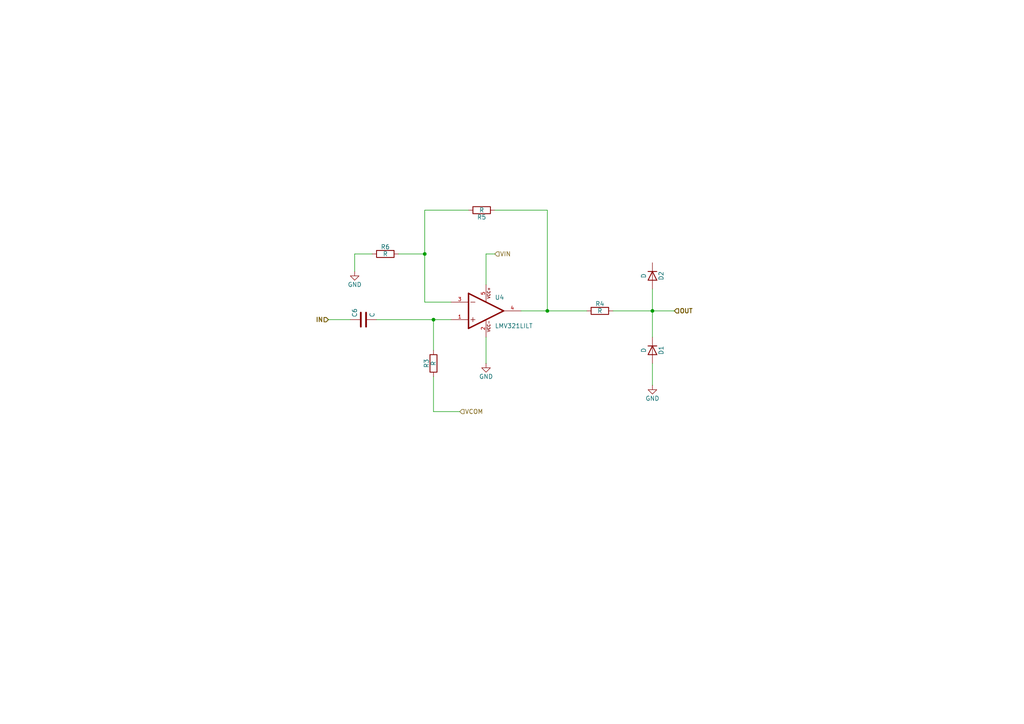
<source format=kicad_sch>
(kicad_sch (version 20250114) (generator "eeschema") (generator_version "9.0")
  (paper "A4")
  (lib_symbols
    (symbol "Device:C" (pin_numbers (hide yes)) (pin_names (offset 0.254))
      (property "Reference" "C" (at 0.635 2.54 0))
      (property "Value" "C" (at 0.635 -2.54 0))
      (symbol "C_0_1"
        (polyline (pts (xy -2.032 0.762) (xy 2.032 0.762)) (stroke (width 0.508)))
        (polyline (pts (xy -2.032 -0.762) (xy 2.032 -0.762)) (stroke (width 0.508)))
      )
      (symbol "C_1_1"
        (pin passive line (at 0 3.81 270) (length 2.794) (name "~") (number "1"))
        (pin passive line (at 0 -3.81 90) (length 2.794) (name "~") (number "2"))
      )
    )
    (symbol "Device:D" (pin_numbers (hide yes)) (pin_names (offset 1.016) (hide yes))
      (property "Reference" "D" (at 0 2.54 0))
      (property "Value" "D" (at 0 -2.54 0))
      (symbol "D_0_1"
        (polyline (pts (xy -1.27 1.27) (xy -1.27 -1.27)) (stroke (width 0.254)))
        (polyline (pts (xy 1.27 1.27) (xy 1.27 -1.27) (xy -1.27 0) (xy 1.27 1.27)) (stroke (width 0.254)))
        (polyline (pts (xy 1.27 0) (xy -1.27 0)))
      )
      (symbol "D_1_1"
        (pin passive line (at -3.81 0 0) (length 2.54) (name "K") (number "1"))
        (pin passive line (at 3.81 0 180) (length 2.54) (name "A") (number "2"))
      )
    )
    (symbol "Device:R" (pin_numbers (hide yes)) (pin_names (offset 0))
      (property "Reference" "R" (at 2.032 0 90))
      (property "Value" "R" (at 0 0 90))
      (symbol "R_0_1"
        (rectangle (start -1.016 -2.54) (end 1.016 2.54) (stroke (width 0.254)))
      )
      (symbol "R_1_1"
        (pin passive line (at 0 3.81 270) (length 1.27) (name "~") (number "1"))
        (pin passive line (at 0 -3.81 90) (length 1.27) (name "~") (number "2"))
      )
    )
    (symbol "Project_Components:LMV321LILT" (pin_names (offset 1.016))
      (property "Reference" "U" (at 5.08 3.175 0))
      (property "Value" "LMV321LILT" (at 5.08 -5.08 0))
      (symbol "LMV321LILT_0_0"
        (polyline (pts (xy -2.54 5.08) (xy -2.54 -5.08)) (stroke (width 0.4064)))
        (polyline (pts (xy -2.54 -5.08) (xy 7.62 0)) (stroke (width 0.4064)))
        (polyline (pts (xy -1.905 2.54) (xy -0.635 2.54)) (stroke (width 0.1524)))
        (polyline (pts (xy -1.905 -2.54) (xy -0.635 -2.54)) (stroke (width 0.1524)))
        (polyline (pts (xy -1.27 -1.905) (xy -1.27 -3.175)) (stroke (width 0.1524)))
        (polyline (pts (xy 7.62 0) (xy -2.54 5.08)) (stroke (width 0.4064)))
        (text "VCC+" (at 3.81 3.429 900) (effects (font (size 0.8128 0.8128)) (justify left bottom)))
        (text "VCC-" (at 3.81 -6.223 900) (effects (font (size 0.8128 0.8128)) (justify left bottom)))
        (pin input line (at -7.62 2.54 0) (length 5.08) (name "~") (number "3"))
        (pin input line (at -7.62 -2.54 0) (length 5.08) (name "~") (number "1"))
        (pin power_in line (at 2.54 7.62 270) (length 5.08) (name "~") (number "5"))
        (pin power_in line (at 2.54 -7.62 90) (length 5.08) (name "~") (number "2"))
        (pin output line (at 12.7 0 180) (length 5.08) (name "~") (number "4"))
      )
    )
    (symbol "power:GND" (power) (pin_numbers (hide yes)) (pin_names (offset 0) (hide yes))
      (property "Value" "GND" (at 0 -3.81 0))
      (symbol "GND_0_1"
        (polyline (pts (xy 0 0) (xy 0 -1.27) (xy 1.27 -1.27) (xy 0 -2.54) (xy -1.27 -1.27) (xy 0 -1.27)))
      )
      (symbol "GND_1_1"
        (pin power_in line (at 0 0 270) (length 0) (name "~") (number "1"))
      )
    )
  )
  (junction (at 125.73 92.71))
  (junction (at 189.23 90.17))
  (junction (at 123.19 73.66))
  (junction (at 158.75 90.17))
  (wire (pts (xy 158.75 90.17) (xy 151.13 90.17)))
  (wire (pts (xy 123.19 60.96) (xy 135.89 60.96)))
  (wire (pts (xy 189.23 90.17) (xy 195.58 90.17)))
  (wire (pts (xy 140.97 97.79) (xy 140.97 105.41)))
  (wire (pts (xy 189.23 90.17) (xy 189.23 97.79)))
  (wire (pts (xy 177.8 90.17) (xy 189.23 90.17)))
  (wire (pts (xy 158.75 60.96) (xy 158.75 90.17)))
  (wire (pts (xy 158.75 90.17) (xy 170.18 90.17)))
  (wire (pts (xy 123.19 73.66) (xy 123.19 87.63)))
  (wire (pts (xy 115.57 73.66) (xy 123.19 73.66)))
  (wire (pts (xy 109.22 92.71) (xy 125.73 92.71)))
  (wire (pts (xy 123.19 87.63) (xy 130.81 87.63)))
  (wire (pts (xy 130.81 92.71) (xy 125.73 92.71)))
  (wire (pts (xy 143.51 60.96) (xy 158.75 60.96)))
  (wire (pts (xy 189.23 105.41) (xy 189.23 111.76)))
  (wire (pts (xy 125.73 119.38) (xy 133.35 119.38)))
  (wire (pts (xy 125.73 92.71) (xy 125.73 101.6)))
  (wire (pts (xy 102.87 73.66) (xy 102.87 78.74)))
  (wire (pts (xy 125.73 109.22) (xy 125.73 119.38)))
  (wire (pts (xy 143.51 73.66) (xy 140.97 73.66)))
  (wire (pts (xy 140.97 73.66) (xy 140.97 82.55)))
  (wire (pts (xy 107.95 73.66) (xy 102.87 73.66)))
  (wire (pts (xy 189.23 83.82) (xy 189.23 90.17)))
  (wire (pts (xy 95.25 92.71) (xy 101.6 92.71)))
  (wire (pts (xy 123.19 60.96) (xy 123.19 73.66)))
  (hierarchical_label "OUT" (shape input) (at 195.58 90.17 0) (effects (font (thickness 0.254) (bold yes))))
  (hierarchical_label "VIN" (shape input) (at 143.51 73.66 0))
  (hierarchical_label "IN" (shape input) (at 95.25 92.71 180) (effects (font (thickness 0.254) (bold yes))))
  (hierarchical_label "VCOM" (shape input) (at 133.35 119.38 0))
  (symbol (lib_id "power:GND") (at 189.23 111.76 0) (unit 1)
    (property "Reference" "#PWR06" (effects (hide yes)))
    (property "Value" "GND" (at 189.23 115.57 0))
    (property "Description" "Power symbol creates a global label with name \"GND\" , ground" (effects (hide yes)))
  )
  (symbol (lib_id "Device:D") (at 189.23 101.6 270) (unit 1)
    (property "Reference" "D1" (at 191.77 101.6 0))
    (property "Value" "D" (at 186.69 101.6 0))
    (property "Description" "Diode" (effects (hide yes)))
    (property "Sim.Device" "D" (effects (hide yes)))
    (property "Sim.Pins" "1=K 2=A" (effects (hide yes)))
  )
  (symbol (lib_id "power:GND") (at 140.97 105.41 0) (unit 1)
    (property "Reference" "#PWR08" (effects (hide yes)))
    (property "Value" "GND" (at 140.97 109.22 0))
    (property "Description" "Power symbol creates a global label with name \"GND\" , ground" (effects (hide yes)))
  )
  (symbol (lib_id "Device:R") (at 125.73 105.41 180) (unit 1)
    (property "Reference" "R3" (at 123.698 105.41 90))
    (property "Value" "R" (at 125.73 105.41 90))
    (property "Description" "Resistor" (effects (hide yes)))
  )
  (symbol (lib_id "Device:R") (at 173.99 90.17 90) (unit 1)
    (property "Reference" "R4" (at 173.99 88.138 90))
    (property "Value" "R" (at 173.99 90.17 90))
    (property "Description" "Resistor" (effects (hide yes)))
  )
  (symbol (lib_id "Device:C") (at 105.41 92.71 90) (unit 1)
    (property "Reference" "C6" (at 102.87 92.075 0) (effects (justify left)))
    (property "Value" "C" (at 107.95 92.075 0) (effects (justify left)))
    (property "Description" "Unpolarized capacitor" (effects (hide yes)))
  )
  (symbol (lib_id "Device:R") (at 111.76 73.66 90) (unit 1)
    (property "Reference" "R6" (at 111.76 71.628 90))
    (property "Value" "R" (at 111.76 73.66 90))
    (property "Description" "Resistor" (effects (hide yes)))
  )
  (symbol (lib_id "Device:D") (at 189.23 80.01 270) (unit 1)
    (property "Reference" "D2" (at 191.77 80.01 0))
    (property "Value" "D" (at 186.69 80.01 0))
    (property "Description" "Diode" (effects (hide yes)))
    (property "Sim.Device" "D" (effects (hide yes)))
    (property "Sim.Pins" "1=K 2=A" (effects (hide yes)))
  )
  (symbol (lib_id "Project_Components:LMV321LILT") (at 138.43 90.17 0) (unit 1)
    (property "Reference" "U4" (at 143.51 86.995 0) (effects (justify left bottom)))
    (property "Value" "LMV321LILT" (at 143.51 95.25 0) (effects (justify left bottom)))
    (property "Footprint" "Project_Components:LMV321LILT" (effects (hide yes)))
    (property "PARTREV" "3" (effects (hide yes)))
    (property "STANDARD" "IPC-7351B" (effects (hide yes)))
    (property "MAXIMUM_PACKAGE_HEIGHT" "1.45 mm" (effects (hide yes)))
    (property "MANUFACTURER" "STMicroelectronics" (effects (hide yes)))
  )
  (symbol (lib_id "power:GND") (at 102.87 78.74 0) (unit 1)
    (property "Reference" "#PWR07" (effects (hide yes)))
    (property "Value" "GND" (at 102.87 82.55 0))
    (property "Description" "Power symbol creates a global label with name \"GND\" , ground" (effects (hide yes)))
  )
  (symbol (lib_id "Device:R") (at 139.7 60.96 270) (unit 1)
    (property "Reference" "R5" (at 139.7 62.992 90))
    (property "Value" "R" (at 139.7 60.96 90))
    (property "Description" "Resistor" (effects (hide yes)))
  )
)
</source>
